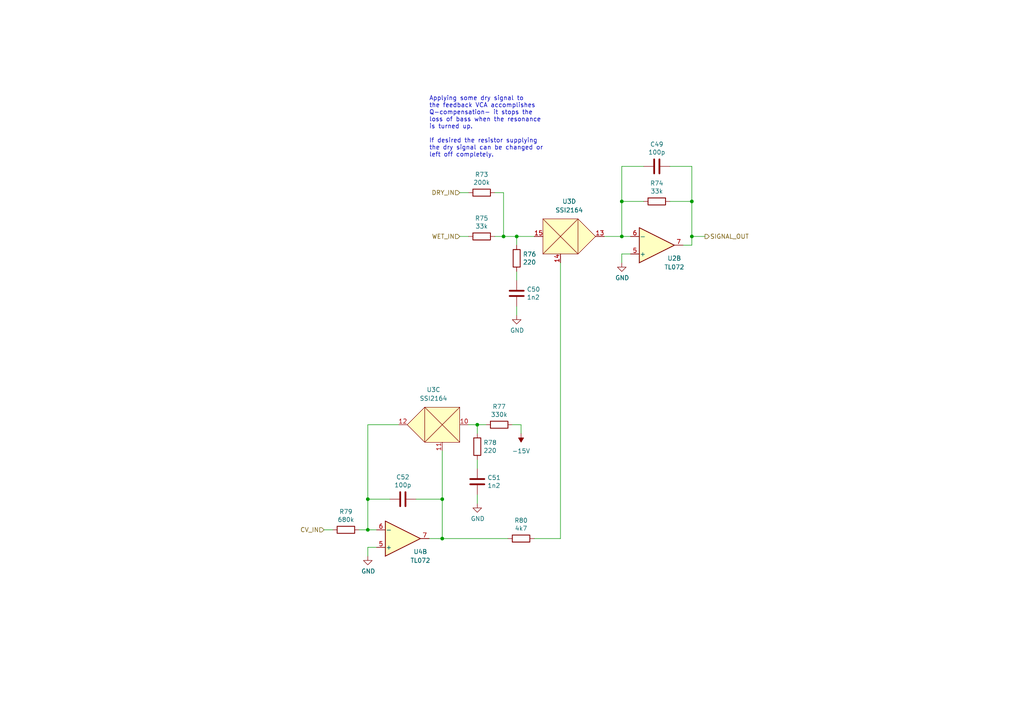
<source format=kicad_sch>
(kicad_sch (version 20211123) (generator eeschema)
  (paper "A4")
  (title_block (title "M.S.M. Stereo Lowpass Filter Pedal") (date "2022-05-24") (rev "0") (comment 2 "creativecommons.org/licenses/by/4.0") (comment 3 "License: CC by 4.0") (comment 4 "Author: Jordan Aceto"))
  (lib_symbols
    (symbol "Amplifier_Operational:TL072" (pin_names (offset 0.127))
      (property "Reference" "U" (at 0 5.08 0))
      (property "Value" "TL072" (at 0 -5.08 0))
      (symbol "TL072_1_1"
        (polyline (pts (xy -5.08 5.08) (xy 5.08 0) (xy -5.08 -5.08) (xy -5.08 5.08)) (stroke (width 0.254)) (fill (type background)))
        (pin output line (at 7.62 0 180) (length 2.54) (name "~") (number "1"))
        (pin input line (at -7.62 -2.54 0) (length 2.54) (name "-") (number "2"))
        (pin input line (at -7.62 2.54 0) (length 2.54) (name "+") (number "3"))
      )
      (symbol "TL072_2_1"
        (polyline (pts (xy -5.08 5.08) (xy 5.08 0) (xy -5.08 -5.08) (xy -5.08 5.08)) (stroke (width 0.254)) (fill (type background)))
        (pin input line (at -7.62 2.54 0) (length 2.54) (name "+") (number "5"))
        (pin input line (at -7.62 -2.54 0) (length 2.54) (name "-") (number "6"))
        (pin output line (at 7.62 0 180) (length 2.54) (name "~") (number "7"))
      )
      (symbol "TL072_3_1"
        (pin power_in line (at -2.54 -7.62 90) (length 3.81) (name "V-") (number "4"))
        (pin power_in line (at -2.54 7.62 270) (length 3.81) (name "V+") (number "8"))
      )
    )
    (symbol "Device:C" (pin_numbers hide) (pin_names (offset 0.254))
      (property "Reference" "C" (at 0.635 2.54 0))
      (property "Value" "C" (at 0.635 -2.54 0))
      (symbol "C_0_1"
        (polyline (pts (xy -2.032 -0.762) (xy 2.032 -0.762)) (stroke (width 0.508)))
        (polyline (pts (xy -2.032 0.762) (xy 2.032 0.762)) (stroke (width 0.508)))
      )
      (symbol "C_1_1"
        (pin passive line (at 0 3.81 270) (length 2.794) (name "~") (number "1"))
        (pin passive line (at 0 -3.81 90) (length 2.794) (name "~") (number "2"))
      )
    )
    (symbol "Device:R" (pin_numbers hide) (pin_names (offset 0))
      (property "Reference" "R" (at 2.032 0 90))
      (property "Value" "R" (at 0 0 90))
      (symbol "R_0_1"
        (rectangle (start -1.016 -2.54) (end 1.016 2.54) (stroke (width 0.254)))
      )
      (symbol "R_1_1"
        (pin passive line (at 0 3.81 270) (length 1.27) (name "~") (number "1"))
        (pin passive line (at 0 -3.81 90) (length 1.27) (name "~") (number "2"))
      )
    )
    (symbol "custom_symbols:SSI2164" (pin_names (offset 1.016))
      (property "Reference" "U?" (at 2.54 10.16 0))
      (property "Value" "SSI2164" (at 2.54 7.62 0))
      (symbol "SSI2164_1_1"
        (rectangle (start -5.08 5.08) (end 5.08 -5.08) (fill (type background)))
        (polyline (pts (xy 5.08 5.08) (xy -5.08 -5.08)))
        (polyline (pts (xy 5.08 5.08) (xy 10.16 0) (xy 5.08 -5.08) (xy -5.08 5.08)) (fill (type background)))
        (pin input line (at -7.62 0 0) (length 2.54) (name "~") (number "2"))
        (pin input line (at 0 -7.62 90) (length 2.54) (name "~") (number "3"))
        (pin output line (at 12.7 0 180) (length 2.54) (name "~") (number "4"))
      )
      (symbol "SSI2164_2_1"
        (rectangle (start -5.08 5.08) (end 5.08 -5.08) (fill (type background)))
        (polyline (pts (xy 5.08 5.08) (xy -5.08 -5.08)))
        (polyline (pts (xy 5.08 5.08) (xy 10.16 0) (xy 5.08 -5.08) (xy -5.08 5.08)) (fill (type background)))
        (pin output line (at 12.7 0 180) (length 2.54) (name "~") (number "5"))
        (pin input line (at 0 -7.62 90) (length 2.54) (name "~") (number "6"))
        (pin input line (at -7.62 0 0) (length 2.54) (name "~") (number "7"))
      )
      (symbol "SSI2164_3_1"
        (rectangle (start -5.08 5.08) (end 5.08 -5.08) (fill (type background)))
        (polyline (pts (xy 5.08 5.08) (xy -5.08 -5.08)))
        (polyline (pts (xy 5.08 5.08) (xy 10.16 0) (xy 5.08 -5.08) (xy -5.08 5.08)) (fill (type background)))
        (pin input line (at -7.62 0 0) (length 2.54) (name "~") (number "10"))
        (pin input line (at 0 -7.62 90) (length 2.54) (name "~") (number "11"))
        (pin output line (at 12.7 0 180) (length 2.54) (name "~") (number "12"))
      )
      (symbol "SSI2164_4_1"
        (rectangle (start -5.08 5.08) (end 5.08 -5.08) (fill (type background)))
        (polyline (pts (xy 5.08 5.08) (xy -5.08 -5.08)))
        (polyline (pts (xy 5.08 5.08) (xy 10.16 0) (xy 5.08 -5.08) (xy -5.08 5.08)) (fill (type background)))
        (pin output line (at 12.7 0 180) (length 2.54) (name "~") (number "13"))
        (pin input line (at 0 -7.62 90) (length 2.54) (name "~") (number "14"))
        (pin input line (at -7.62 0 0) (length 2.54) (name "~") (number "15"))
      )
      (symbol "SSI2164_5_1"
        (rectangle (start 2.54 6.35) (end -5.08 -11.43) (fill (type background)))
        (pin input line (at 5.08 -10.16 180) (length 2.54) (name "mode") (number "1"))
        (pin power_in line (at 5.08 5.08 180) (length 2.54) (name "V+") (number "16"))
        (pin power_in line (at 5.08 0 180) (length 2.54) (name "gnd") (number "8"))
        (pin power_in line (at 5.08 -5.08 180) (length 2.54) (name "V-") (number "9"))
      )
    )
    (symbol "power:-15V" (power) (pin_names (offset 0))
      (property "Value" "-15V" (at 0 3.81 0))
      (symbol "-15V_0_0"
        (pin power_in line (at 0 0 90) (length 0) hide (name "-15V") (number "1"))
      )
      (symbol "-15V_0_1"
        (polyline (pts (xy 0 0) (xy 0 1.27) (xy 0.762 1.27) (xy 0 2.54) (xy -0.762 1.27) (xy 0 1.27)) (fill (type outline)))
      )
    )
    (symbol "power:GND" (power) (pin_names (offset 0))
      (property "Value" "GND" (at 0 -3.81 0))
      (symbol "GND_0_1"
        (polyline (pts (xy 0 0) (xy 0 -1.27) (xy 1.27 -1.27) (xy 0 -2.54) (xy -1.27 -1.27) (xy 0 -1.27)))
      )
      (symbol "GND_1_1"
        (pin power_in line (at 0 0 270) (length 0) hide (name "GND") (number "1"))
      )
    )
  )
  (junction (at 180.34 68.58))
  (junction (at 200.66 68.58))
  (junction (at 106.68 153.67))
  (junction (at 128.27 144.78))
  (junction (at 106.68 144.78))
  (junction (at 138.43 123.19))
  (junction (at 149.86 68.58))
  (junction (at 128.27 156.21))
  (junction (at 146.05 68.58))
  (junction (at 180.34 58.42))
  (junction (at 200.66 58.42))
  (wire (pts (xy 128.27 144.78) (xy 128.27 156.21)))
  (wire (pts (xy 115.57 123.19) (xy 106.68 123.19)))
  (wire (pts (xy 140.97 123.19) (xy 138.43 123.19)))
  (wire (pts (xy 149.86 91.44) (xy 149.86 88.9)))
  (wire (pts (xy 149.86 68.58) (xy 154.94 68.58)))
  (wire (pts (xy 106.68 144.78) (xy 113.03 144.78)))
  (wire (pts (xy 106.68 153.67) (xy 106.68 144.78)))
  (wire (pts (xy 106.68 158.75) (xy 106.68 161.29)))
  (wire (pts (xy 146.05 55.88) (xy 143.51 55.88)))
  (wire (pts (xy 200.66 71.12) (xy 200.66 68.58)))
  (wire (pts (xy 154.94 156.21) (xy 162.56 156.21)))
  (wire (pts (xy 120.65 144.78) (xy 128.27 144.78)))
  (wire (pts (xy 146.05 68.58) (xy 146.05 55.88)))
  (wire (pts (xy 200.66 58.42) (xy 194.31 58.42)))
  (wire (pts (xy 149.86 81.28) (xy 149.86 78.74)))
  (wire (pts (xy 200.66 48.26) (xy 200.66 58.42)))
  (wire (pts (xy 149.86 71.12) (xy 149.86 68.58)))
  (wire (pts (xy 175.26 68.58) (xy 180.34 68.58)))
  (wire (pts (xy 147.32 156.21) (xy 128.27 156.21)))
  (wire (pts (xy 182.88 68.58) (xy 180.34 68.58)))
  (wire (pts (xy 138.43 123.19) (xy 135.89 123.19)))
  (wire (pts (xy 109.22 158.75) (xy 106.68 158.75)))
  (wire (pts (xy 138.43 125.73) (xy 138.43 123.19)))
  (wire (pts (xy 104.14 153.67) (xy 106.68 153.67)))
  (wire (pts (xy 146.05 68.58) (xy 149.86 68.58)))
  (wire (pts (xy 128.27 144.78) (xy 128.27 130.81)))
  (wire (pts (xy 138.43 135.89) (xy 138.43 133.35)))
  (wire (pts (xy 180.34 58.42) (xy 186.69 58.42)))
  (wire (pts (xy 204.47 68.58) (xy 200.66 68.58)))
  (wire (pts (xy 128.27 156.21) (xy 124.46 156.21)))
  (wire (pts (xy 151.13 123.19) (xy 148.59 123.19)))
  (wire (pts (xy 109.22 153.67) (xy 106.68 153.67)))
  (wire (pts (xy 151.13 125.73) (xy 151.13 123.19)))
  (wire (pts (xy 106.68 123.19) (xy 106.68 144.78)))
  (wire (pts (xy 198.12 71.12) (xy 200.66 71.12)))
  (wire (pts (xy 162.56 76.2) (xy 162.56 156.21)))
  (wire (pts (xy 133.35 68.58) (xy 135.89 68.58)))
  (wire (pts (xy 200.66 68.58) (xy 200.66 58.42)))
  (wire (pts (xy 138.43 146.05) (xy 138.43 143.51)))
  (wire (pts (xy 143.51 68.58) (xy 146.05 68.58)))
  (wire (pts (xy 186.69 48.26) (xy 180.34 48.26)))
  (wire (pts (xy 180.34 76.2) (xy 180.34 73.66)))
  (wire (pts (xy 180.34 48.26) (xy 180.34 58.42)))
  (wire (pts (xy 93.98 153.67) (xy 96.52 153.67)))
  (wire (pts (xy 180.34 73.66) (xy 182.88 73.66)))
  (wire (pts (xy 133.35 55.88) (xy 135.89 55.88)))
  (wire (pts (xy 194.31 48.26) (xy 200.66 48.26)))
  (wire (pts (xy 180.34 58.42) (xy 180.34 68.58)))
  (text "Applying some dry signal to\nthe feedback VCA accomplishes\nQ-compensation- it stops the \nloss of bass when the resonance\nis turned up.\n\nIf desired the resistor supplying\nthe dry signal can be changed or\nleft off completely." (at 124.46 45.72 0) (effects (font (size 1.27 1.27)) (justify left bottom)))
  (hierarchical_label "WET_IN" (shape input) (at 133.35 68.58 180))
  (hierarchical_label "SIGNAL_OUT" (shape output) (at 204.47 68.58 0))
  (hierarchical_label "CV_IN" (shape input) (at 93.98 153.67 180))
  (hierarchical_label "DRY_IN" (shape input) (at 133.35 55.88 180))
  (symbol (lib_id "Device:R") (at 100.33 153.67 270) (unit 1)
    (property "Reference" "R79" (at 100.33 148.4122 90))
    (property "Value" "680k" (at 100.33 150.7236 90))
    (property "Footprint" "Resistor_SMD:R_0805_2012Metric" (effects hide))
  )
  (symbol (lib_id "Device:R") (at 190.5 58.42 270) (unit 1)
    (property "Reference" "R74" (at 190.5 53.1622 90))
    (property "Value" "33k" (at 190.5 55.4736 90))
    (property "Footprint" "Resistor_SMD:R_0805_2012Metric" (effects hide))
  )
  (symbol (lib_id "custom_symbols:SSI2164") (at 162.56 68.58 0) (unit 4)
    (property "Reference" "U3" (at 165.1 58.42 0))
    (property "Value" "SSI2164" (at 165.1 60.96 0))
    (property "Footprint" "Package_SO:SO-16_3.9x9.9mm_P1.27mm" (effects hide))
  )
  (symbol (lib_id "Amplifier_Operational:TL072") (at 190.5 71.12 0) (mirror x) (unit 2)
    (property "Reference" "U2" (at 195.58 74.93 0))
    (property "Value" "TL072" (at 195.58 77.47 0))
    (property "Footprint" "Package_SO:SOIC-8_3.9x4.9mm_P1.27mm" (effects hide))
    (property "Datasheet" "http://www.ti.com/lit/ds/symlink/tl071.pdf" (effects hide))
  )
  (symbol (lib_id "Device:C") (at 138.43 139.7 0) (unit 1)
    (property "Reference" "C51" (at 141.351 138.5316 0) (effects (justify left)))
    (property "Value" "1n2" (at 141.351 140.843 0) (effects (justify left)))
    (property "Footprint" "Capacitor_SMD:C_0805_2012Metric" (effects hide))
  )
  (symbol (lib_id "Device:R") (at 151.13 156.21 270) (unit 1)
    (property "Reference" "R80" (at 151.13 150.9522 90))
    (property "Value" "4k7" (at 151.13 153.2636 90))
    (property "Footprint" "Resistor_SMD:R_0805_2012Metric" (effects hide))
  )
  (symbol (lib_id "custom_symbols:SSI2164") (at 128.27 123.19 0) (mirror y) (unit 3)
    (property "Reference" "U3" (at 125.73 113.03 0))
    (property "Value" "SSI2164" (at 125.73 115.57 0))
    (property "Footprint" "Package_SO:SO-16_3.9x9.9mm_P1.27mm" (effects hide))
  )
  (symbol (lib_id "power:GND") (at 106.68 161.29 0) (unit 1)
    (property "Reference" "#PWR0145" (effects hide))
    (property "Value" "GND" (at 106.807 165.6842 0))
  )
  (symbol (lib_id "power:-15V") (at 151.13 125.73 180) (unit 1)
    (property "Reference" "#PWR026" (effects hide))
    (property "Value" "-15V" (at 151.13 130.81 0))
  )
  (symbol (lib_id "Device:R") (at 139.7 68.58 270) (unit 1)
    (property "Reference" "R75" (at 139.7 63.3222 90))
    (property "Value" "33k" (at 139.7 65.6336 90))
    (property "Footprint" "Resistor_SMD:R_0805_2012Metric" (effects hide))
  )
  (symbol (lib_id "Device:R") (at 138.43 129.54 0) (unit 1)
    (property "Reference" "R78" (at 140.208 128.3716 0) (effects (justify left)))
    (property "Value" "220" (at 140.208 130.683 0) (effects (justify left)))
    (property "Footprint" "Resistor_SMD:R_0805_2012Metric" (effects hide))
  )
  (symbol (lib_id "power:GND") (at 149.86 91.44 0) (unit 1)
    (property "Reference" "#PWR0144" (effects hide))
    (property "Value" "GND" (at 149.987 95.8342 0))
  )
  (symbol (lib_id "Device:C") (at 190.5 48.26 270) (unit 1)
    (property "Reference" "C49" (at 190.5 41.8592 90))
    (property "Value" "100p" (at 190.5 44.1706 90))
    (property "Footprint" "Capacitor_SMD:C_0805_2012Metric" (effects hide))
  )
  (symbol (lib_id "Device:R") (at 139.7 55.88 270) (unit 1)
    (property "Reference" "R73" (at 139.7 50.6222 90))
    (property "Value" "200k" (at 139.7 52.9336 90))
    (property "Footprint" "Resistor_SMD:R_0805_2012Metric" (effects hide))
  )
  (symbol (lib_id "power:GND") (at 180.34 76.2 0) (unit 1)
    (property "Reference" "#PWR0141" (effects hide))
    (property "Value" "GND" (at 180.467 80.5942 0))
  )
  (symbol (lib_id "Device:C") (at 116.84 144.78 270) (unit 1)
    (property "Reference" "C52" (at 116.84 138.3792 90))
    (property "Value" "100p" (at 116.84 140.6906 90))
    (property "Footprint" "Capacitor_SMD:C_0805_2012Metric" (effects hide))
  )
  (symbol (lib_id "power:GND") (at 138.43 146.05 0) (unit 1)
    (property "Reference" "#PWR0142" (effects hide))
    (property "Value" "GND" (at 138.557 150.4442 0))
  )
  (symbol (lib_id "Device:R") (at 149.86 74.93 0) (unit 1)
    (property "Reference" "R76" (at 151.638 73.7616 0) (effects (justify left)))
    (property "Value" "220" (at 151.638 76.073 0) (effects (justify left)))
    (property "Footprint" "Resistor_SMD:R_0805_2012Metric" (effects hide))
  )
  (symbol (lib_id "Amplifier_Operational:TL072") (at 116.84 156.21 0) (mirror x) (unit 2)
    (property "Reference" "U4" (at 121.92 160.02 0))
    (property "Value" "TL072" (at 121.92 162.56 0))
    (property "Footprint" "Package_SO:SOIC-8_3.9x4.9mm_P1.27mm" (effects hide))
    (property "Datasheet" "http://www.ti.com/lit/ds/symlink/tl071.pdf" (effects hide))
  )
  (symbol (lib_id "Device:C") (at 149.86 85.09 0) (unit 1)
    (property "Reference" "C50" (at 152.781 83.9216 0) (effects (justify left)))
    (property "Value" "1n2" (at 152.781 86.233 0) (effects (justify left)))
    (property "Footprint" "Capacitor_SMD:C_0805_2012Metric" (effects hide))
  )
  (symbol (lib_id "Device:R") (at 144.78 123.19 90) (mirror x) (unit 1)
    (property "Reference" "R77" (at 144.78 117.9322 90))
    (property "Value" "330k" (at 144.78 120.2436 90))
    (property "Footprint" "Resistor_SMD:R_0805_2012Metric" (effects hide))
  )
)
</source>
